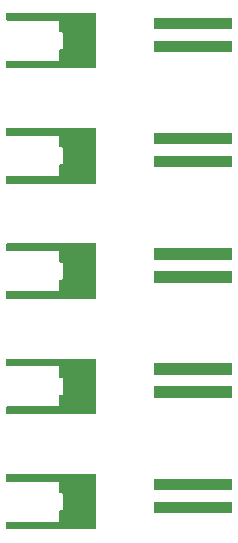
<source format=gbr>
G04 #@! TF.GenerationSoftware,KiCad,Pcbnew,(5.0.2)-1*
G04 #@! TF.CreationDate,2019-09-03T12:36:00-04:00*
G04 #@! TF.ProjectId,MMCX_2DD-100P,4d4d4358-5f32-4444-942d-313030502e6b,rev?*
G04 #@! TF.SameCoordinates,Original*
G04 #@! TF.FileFunction,Soldermask,Bot*
G04 #@! TF.FilePolarity,Negative*
%FSLAX46Y46*%
G04 Gerber Fmt 4.6, Leading zero omitted, Abs format (unit mm)*
G04 Created by KiCad (PCBNEW (5.0.2)-1) date 9/3/2019 12:36:00 PM*
%MOMM*%
%LPD*%
G01*
G04 APERTURE LIST*
%ADD10C,0.100000*%
G04 APERTURE END LIST*
D10*
G36*
X147750984Y-66174062D02*
X147760596Y-66176978D01*
X147769454Y-66181713D01*
X147777222Y-66188088D01*
X147783597Y-66195856D01*
X147788332Y-66204714D01*
X147791248Y-66214326D01*
X147792837Y-66230465D01*
X147792837Y-67743485D01*
X147791248Y-67759624D01*
X147789332Y-67765939D01*
X147784551Y-67789973D01*
X147784551Y-67814477D01*
X147789331Y-67838510D01*
X147791985Y-67844917D01*
X147791985Y-69203466D01*
X147786351Y-69222039D01*
X147783949Y-69246425D01*
X147786351Y-69270811D01*
X147789332Y-69282711D01*
X147791248Y-69289026D01*
X147792837Y-69305165D01*
X147792837Y-70818185D01*
X147791248Y-70834324D01*
X147788332Y-70843936D01*
X147783597Y-70852794D01*
X147777222Y-70860562D01*
X147769454Y-70866937D01*
X147760596Y-70871672D01*
X147750984Y-70874588D01*
X147734845Y-70876177D01*
X140247125Y-70876177D01*
X140230986Y-70874588D01*
X140221374Y-70871672D01*
X140212516Y-70866937D01*
X140204748Y-70860562D01*
X140198373Y-70852794D01*
X140193638Y-70843936D01*
X140190722Y-70834324D01*
X140189133Y-70818185D01*
X140189133Y-70280465D01*
X140190722Y-70264326D01*
X140193638Y-70254714D01*
X140198373Y-70245856D01*
X140204748Y-70238088D01*
X140212516Y-70231713D01*
X140221374Y-70226978D01*
X140230986Y-70224062D01*
X140247125Y-70222473D01*
X144564133Y-70222473D01*
X144588519Y-70220071D01*
X144611968Y-70212958D01*
X144633579Y-70201407D01*
X144652521Y-70185861D01*
X144668067Y-70166919D01*
X144679618Y-70145308D01*
X144686731Y-70121859D01*
X144689133Y-70097473D01*
X144689133Y-69305165D01*
X144690722Y-69289026D01*
X144693638Y-69279414D01*
X144698373Y-69270556D01*
X144704748Y-69262788D01*
X144712516Y-69256413D01*
X144721374Y-69251678D01*
X144730986Y-69248762D01*
X144747125Y-69247173D01*
X144869785Y-69247173D01*
X144894171Y-69244771D01*
X144917620Y-69237658D01*
X144939231Y-69226107D01*
X144958173Y-69210561D01*
X144973719Y-69191619D01*
X144985270Y-69170008D01*
X144992383Y-69146559D01*
X144994785Y-69122173D01*
X144994785Y-67926477D01*
X144992383Y-67902091D01*
X144985270Y-67878642D01*
X144973719Y-67857031D01*
X144958173Y-67838089D01*
X144939231Y-67822543D01*
X144917620Y-67810992D01*
X144894171Y-67803879D01*
X144869785Y-67801477D01*
X144747125Y-67801477D01*
X144730986Y-67799888D01*
X144721374Y-67796972D01*
X144712516Y-67792237D01*
X144704748Y-67785862D01*
X144698373Y-67778094D01*
X144693638Y-67769236D01*
X144690722Y-67759624D01*
X144689133Y-67743485D01*
X144689133Y-66951177D01*
X144686731Y-66926791D01*
X144679618Y-66903342D01*
X144668067Y-66881731D01*
X144652521Y-66862789D01*
X144633579Y-66847243D01*
X144611968Y-66835692D01*
X144588519Y-66828579D01*
X144564133Y-66826177D01*
X140247125Y-66826177D01*
X140230986Y-66824588D01*
X140221374Y-66821672D01*
X140212516Y-66816937D01*
X140204748Y-66810562D01*
X140198373Y-66802794D01*
X140193638Y-66793936D01*
X140190722Y-66784324D01*
X140189133Y-66768185D01*
X140189133Y-66230465D01*
X140190722Y-66214326D01*
X140193638Y-66204714D01*
X140198373Y-66195856D01*
X140204748Y-66188088D01*
X140212516Y-66181713D01*
X140221374Y-66176978D01*
X140230986Y-66174062D01*
X140247125Y-66172473D01*
X147734845Y-66172473D01*
X147750984Y-66174062D01*
X147750984Y-66174062D01*
G37*
G36*
X159301653Y-69505217D02*
X152722653Y-69505217D01*
X152722653Y-68519297D01*
X159301653Y-68519297D01*
X159301653Y-69505217D01*
X159301653Y-69505217D01*
G37*
G36*
X159301653Y-67553507D02*
X152722653Y-67553507D01*
X152722653Y-66567587D01*
X159301653Y-66567587D01*
X159301653Y-67553507D01*
X159301653Y-67553507D01*
G37*
G36*
X147750984Y-56415542D02*
X147760596Y-56418458D01*
X147769454Y-56423193D01*
X147777222Y-56429568D01*
X147783597Y-56437336D01*
X147788332Y-56446194D01*
X147791248Y-56455806D01*
X147792837Y-56471945D01*
X147792837Y-57984965D01*
X147791248Y-58001104D01*
X147789332Y-58007419D01*
X147784551Y-58031453D01*
X147784551Y-58055957D01*
X147789331Y-58079990D01*
X147791985Y-58086397D01*
X147791985Y-59444946D01*
X147786351Y-59463519D01*
X147783949Y-59487905D01*
X147786351Y-59512291D01*
X147789332Y-59524191D01*
X147791248Y-59530506D01*
X147792837Y-59546645D01*
X147792837Y-61059665D01*
X147791248Y-61075804D01*
X147788332Y-61085416D01*
X147783597Y-61094274D01*
X147777222Y-61102042D01*
X147769454Y-61108417D01*
X147760596Y-61113152D01*
X147750984Y-61116068D01*
X147734845Y-61117657D01*
X140247125Y-61117657D01*
X140230986Y-61116068D01*
X140221374Y-61113152D01*
X140212516Y-61108417D01*
X140204748Y-61102042D01*
X140198373Y-61094274D01*
X140193638Y-61085416D01*
X140190722Y-61075804D01*
X140189133Y-61059665D01*
X140189133Y-60521945D01*
X140190722Y-60505806D01*
X140193638Y-60496194D01*
X140198373Y-60487336D01*
X140204748Y-60479568D01*
X140212516Y-60473193D01*
X140221374Y-60468458D01*
X140230986Y-60465542D01*
X140247125Y-60463953D01*
X144564133Y-60463953D01*
X144588519Y-60461551D01*
X144611968Y-60454438D01*
X144633579Y-60442887D01*
X144652521Y-60427341D01*
X144668067Y-60408399D01*
X144679618Y-60386788D01*
X144686731Y-60363339D01*
X144689133Y-60338953D01*
X144689133Y-59546645D01*
X144690722Y-59530506D01*
X144693638Y-59520894D01*
X144698373Y-59512036D01*
X144704748Y-59504268D01*
X144712516Y-59497893D01*
X144721374Y-59493158D01*
X144730986Y-59490242D01*
X144747125Y-59488653D01*
X144869785Y-59488653D01*
X144894171Y-59486251D01*
X144917620Y-59479138D01*
X144939231Y-59467587D01*
X144958173Y-59452041D01*
X144973719Y-59433099D01*
X144985270Y-59411488D01*
X144992383Y-59388039D01*
X144994785Y-59363653D01*
X144994785Y-58167957D01*
X144992383Y-58143571D01*
X144985270Y-58120122D01*
X144973719Y-58098511D01*
X144958173Y-58079569D01*
X144939231Y-58064023D01*
X144917620Y-58052472D01*
X144894171Y-58045359D01*
X144869785Y-58042957D01*
X144747125Y-58042957D01*
X144730986Y-58041368D01*
X144721374Y-58038452D01*
X144712516Y-58033717D01*
X144704748Y-58027342D01*
X144698373Y-58019574D01*
X144693638Y-58010716D01*
X144690722Y-58001104D01*
X144689133Y-57984965D01*
X144689133Y-57192657D01*
X144686731Y-57168271D01*
X144679618Y-57144822D01*
X144668067Y-57123211D01*
X144652521Y-57104269D01*
X144633579Y-57088723D01*
X144611968Y-57077172D01*
X144588519Y-57070059D01*
X144564133Y-57067657D01*
X140247125Y-57067657D01*
X140230986Y-57066068D01*
X140221374Y-57063152D01*
X140212516Y-57058417D01*
X140204748Y-57052042D01*
X140198373Y-57044274D01*
X140193638Y-57035416D01*
X140190722Y-57025804D01*
X140189133Y-57009665D01*
X140189133Y-56471945D01*
X140190722Y-56455806D01*
X140193638Y-56446194D01*
X140198373Y-56437336D01*
X140204748Y-56429568D01*
X140212516Y-56423193D01*
X140221374Y-56418458D01*
X140230986Y-56415542D01*
X140247125Y-56413953D01*
X147734845Y-56413953D01*
X147750984Y-56415542D01*
X147750984Y-56415542D01*
G37*
G36*
X159301653Y-59746694D02*
X152722653Y-59746694D01*
X152722653Y-58760774D01*
X159301653Y-58760774D01*
X159301653Y-59746694D01*
X159301653Y-59746694D01*
G37*
G36*
X159301653Y-57794984D02*
X152722653Y-57794984D01*
X152722653Y-56809064D01*
X159301653Y-56809064D01*
X159301653Y-57794984D01*
X159301653Y-57794984D01*
G37*
G36*
X147750984Y-46657022D02*
X147760596Y-46659938D01*
X147769454Y-46664673D01*
X147777222Y-46671048D01*
X147783597Y-46678816D01*
X147788332Y-46687674D01*
X147791248Y-46697286D01*
X147792837Y-46713425D01*
X147792837Y-48226445D01*
X147791248Y-48242584D01*
X147789332Y-48248899D01*
X147784551Y-48272933D01*
X147784551Y-48297437D01*
X147789331Y-48321470D01*
X147791985Y-48327877D01*
X147791985Y-49686426D01*
X147786351Y-49704999D01*
X147783949Y-49729385D01*
X147786351Y-49753771D01*
X147789332Y-49765671D01*
X147791248Y-49771986D01*
X147792837Y-49788125D01*
X147792837Y-51301145D01*
X147791248Y-51317284D01*
X147788332Y-51326896D01*
X147783597Y-51335754D01*
X147777222Y-51343522D01*
X147769454Y-51349897D01*
X147760596Y-51354632D01*
X147750984Y-51357548D01*
X147734845Y-51359137D01*
X140247125Y-51359137D01*
X140230986Y-51357548D01*
X140221374Y-51354632D01*
X140212516Y-51349897D01*
X140204748Y-51343522D01*
X140198373Y-51335754D01*
X140193638Y-51326896D01*
X140190722Y-51317284D01*
X140189133Y-51301145D01*
X140189133Y-50763425D01*
X140190722Y-50747286D01*
X140193638Y-50737674D01*
X140198373Y-50728816D01*
X140204748Y-50721048D01*
X140212516Y-50714673D01*
X140221374Y-50709938D01*
X140230986Y-50707022D01*
X140247125Y-50705433D01*
X144564133Y-50705433D01*
X144588519Y-50703031D01*
X144611968Y-50695918D01*
X144633579Y-50684367D01*
X144652521Y-50668821D01*
X144668067Y-50649879D01*
X144679618Y-50628268D01*
X144686731Y-50604819D01*
X144689133Y-50580433D01*
X144689133Y-49788125D01*
X144690722Y-49771986D01*
X144693638Y-49762374D01*
X144698373Y-49753516D01*
X144704748Y-49745748D01*
X144712516Y-49739373D01*
X144721374Y-49734638D01*
X144730986Y-49731722D01*
X144747125Y-49730133D01*
X144869785Y-49730133D01*
X144894171Y-49727731D01*
X144917620Y-49720618D01*
X144939231Y-49709067D01*
X144958173Y-49693521D01*
X144973719Y-49674579D01*
X144985270Y-49652968D01*
X144992383Y-49629519D01*
X144994785Y-49605133D01*
X144994785Y-48409437D01*
X144992383Y-48385051D01*
X144985270Y-48361602D01*
X144973719Y-48339991D01*
X144958173Y-48321049D01*
X144939231Y-48305503D01*
X144917620Y-48293952D01*
X144894171Y-48286839D01*
X144869785Y-48284437D01*
X144747125Y-48284437D01*
X144730986Y-48282848D01*
X144721374Y-48279932D01*
X144712516Y-48275197D01*
X144704748Y-48268822D01*
X144698373Y-48261054D01*
X144693638Y-48252196D01*
X144690722Y-48242584D01*
X144689133Y-48226445D01*
X144689133Y-47434137D01*
X144686731Y-47409751D01*
X144679618Y-47386302D01*
X144668067Y-47364691D01*
X144652521Y-47345749D01*
X144633579Y-47330203D01*
X144611968Y-47318652D01*
X144588519Y-47311539D01*
X144564133Y-47309137D01*
X140247125Y-47309137D01*
X140230986Y-47307548D01*
X140221374Y-47304632D01*
X140212516Y-47299897D01*
X140204748Y-47293522D01*
X140198373Y-47285754D01*
X140193638Y-47276896D01*
X140190722Y-47267284D01*
X140189133Y-47251145D01*
X140189133Y-46713425D01*
X140190722Y-46697286D01*
X140193638Y-46687674D01*
X140198373Y-46678816D01*
X140204748Y-46671048D01*
X140212516Y-46664673D01*
X140221374Y-46659938D01*
X140230986Y-46657022D01*
X140247125Y-46655433D01*
X147734845Y-46655433D01*
X147750984Y-46657022D01*
X147750984Y-46657022D01*
G37*
G36*
X159301653Y-49988172D02*
X152722653Y-49988172D01*
X152722653Y-49002252D01*
X159301653Y-49002252D01*
X159301653Y-49988172D01*
X159301653Y-49988172D01*
G37*
G36*
X159301653Y-48036462D02*
X152722653Y-48036462D01*
X152722653Y-47050542D01*
X159301653Y-47050542D01*
X159301653Y-48036462D01*
X159301653Y-48036462D01*
G37*
G36*
X147750984Y-36898502D02*
X147760596Y-36901418D01*
X147769454Y-36906153D01*
X147777222Y-36912528D01*
X147783597Y-36920296D01*
X147788332Y-36929154D01*
X147791248Y-36938766D01*
X147792837Y-36954905D01*
X147792837Y-38467925D01*
X147791248Y-38484064D01*
X147789332Y-38490379D01*
X147784551Y-38514413D01*
X147784551Y-38538917D01*
X147789331Y-38562950D01*
X147791985Y-38569357D01*
X147791985Y-39927906D01*
X147786351Y-39946479D01*
X147783949Y-39970865D01*
X147786351Y-39995251D01*
X147789332Y-40007151D01*
X147791248Y-40013466D01*
X147792837Y-40029605D01*
X147792837Y-41542625D01*
X147791248Y-41558764D01*
X147788332Y-41568376D01*
X147783597Y-41577234D01*
X147777222Y-41585002D01*
X147769454Y-41591377D01*
X147760596Y-41596112D01*
X147750984Y-41599028D01*
X147734845Y-41600617D01*
X140247125Y-41600617D01*
X140230986Y-41599028D01*
X140221374Y-41596112D01*
X140212516Y-41591377D01*
X140204748Y-41585002D01*
X140198373Y-41577234D01*
X140193638Y-41568376D01*
X140190722Y-41558764D01*
X140189133Y-41542625D01*
X140189133Y-41004905D01*
X140190722Y-40988766D01*
X140193638Y-40979154D01*
X140198373Y-40970296D01*
X140204748Y-40962528D01*
X140212516Y-40956153D01*
X140221374Y-40951418D01*
X140230986Y-40948502D01*
X140247125Y-40946913D01*
X144564133Y-40946913D01*
X144588519Y-40944511D01*
X144611968Y-40937398D01*
X144633579Y-40925847D01*
X144652521Y-40910301D01*
X144668067Y-40891359D01*
X144679618Y-40869748D01*
X144686731Y-40846299D01*
X144689133Y-40821913D01*
X144689133Y-40029605D01*
X144690722Y-40013466D01*
X144693638Y-40003854D01*
X144698373Y-39994996D01*
X144704748Y-39987228D01*
X144712516Y-39980853D01*
X144721374Y-39976118D01*
X144730986Y-39973202D01*
X144747125Y-39971613D01*
X144869785Y-39971613D01*
X144894171Y-39969211D01*
X144917620Y-39962098D01*
X144939231Y-39950547D01*
X144958173Y-39935001D01*
X144973719Y-39916059D01*
X144985270Y-39894448D01*
X144992383Y-39870999D01*
X144994785Y-39846613D01*
X144994785Y-38650917D01*
X144992383Y-38626531D01*
X144985270Y-38603082D01*
X144973719Y-38581471D01*
X144958173Y-38562529D01*
X144939231Y-38546983D01*
X144917620Y-38535432D01*
X144894171Y-38528319D01*
X144869785Y-38525917D01*
X144747125Y-38525917D01*
X144730986Y-38524328D01*
X144721374Y-38521412D01*
X144712516Y-38516677D01*
X144704748Y-38510302D01*
X144698373Y-38502534D01*
X144693638Y-38493676D01*
X144690722Y-38484064D01*
X144689133Y-38467925D01*
X144689133Y-37675617D01*
X144686731Y-37651231D01*
X144679618Y-37627782D01*
X144668067Y-37606171D01*
X144652521Y-37587229D01*
X144633579Y-37571683D01*
X144611968Y-37560132D01*
X144588519Y-37553019D01*
X144564133Y-37550617D01*
X140247125Y-37550617D01*
X140230986Y-37549028D01*
X140221374Y-37546112D01*
X140212516Y-37541377D01*
X140204748Y-37535002D01*
X140198373Y-37527234D01*
X140193638Y-37518376D01*
X140190722Y-37508764D01*
X140189133Y-37492625D01*
X140189133Y-36954905D01*
X140190722Y-36938766D01*
X140193638Y-36929154D01*
X140198373Y-36920296D01*
X140204748Y-36912528D01*
X140212516Y-36906153D01*
X140221374Y-36901418D01*
X140230986Y-36898502D01*
X140247125Y-36896913D01*
X147734845Y-36896913D01*
X147750984Y-36898502D01*
X147750984Y-36898502D01*
G37*
G36*
X159301653Y-40229652D02*
X152722653Y-40229652D01*
X152722653Y-39243732D01*
X159301653Y-39243732D01*
X159301653Y-40229652D01*
X159301653Y-40229652D01*
G37*
G36*
X159301653Y-38277942D02*
X152722653Y-38277942D01*
X152722653Y-37292022D01*
X159301653Y-37292022D01*
X159301653Y-38277942D01*
X159301653Y-38277942D01*
G37*
G36*
X147750984Y-27139982D02*
X147760596Y-27142898D01*
X147769454Y-27147633D01*
X147777222Y-27154008D01*
X147783597Y-27161776D01*
X147788332Y-27170634D01*
X147791248Y-27180246D01*
X147792837Y-27196385D01*
X147792837Y-28709405D01*
X147791248Y-28725544D01*
X147789332Y-28731859D01*
X147784551Y-28755893D01*
X147784551Y-28780397D01*
X147789331Y-28804430D01*
X147791985Y-28810837D01*
X147791985Y-30169386D01*
X147786351Y-30187959D01*
X147783949Y-30212345D01*
X147786351Y-30236731D01*
X147789332Y-30248631D01*
X147791248Y-30254946D01*
X147792837Y-30271085D01*
X147792837Y-31784105D01*
X147791248Y-31800244D01*
X147788332Y-31809856D01*
X147783597Y-31818714D01*
X147777222Y-31826482D01*
X147769454Y-31832857D01*
X147760596Y-31837592D01*
X147750984Y-31840508D01*
X147734845Y-31842097D01*
X140247125Y-31842097D01*
X140230986Y-31840508D01*
X140221374Y-31837592D01*
X140212516Y-31832857D01*
X140204748Y-31826482D01*
X140198373Y-31818714D01*
X140193638Y-31809856D01*
X140190722Y-31800244D01*
X140189133Y-31784105D01*
X140189133Y-31246385D01*
X140190722Y-31230246D01*
X140193638Y-31220634D01*
X140198373Y-31211776D01*
X140204748Y-31204008D01*
X140212516Y-31197633D01*
X140221374Y-31192898D01*
X140230986Y-31189982D01*
X140247125Y-31188393D01*
X144564133Y-31188393D01*
X144588519Y-31185991D01*
X144611968Y-31178878D01*
X144633579Y-31167327D01*
X144652521Y-31151781D01*
X144668067Y-31132839D01*
X144679618Y-31111228D01*
X144686731Y-31087779D01*
X144689133Y-31063393D01*
X144689133Y-30271085D01*
X144690722Y-30254946D01*
X144693638Y-30245334D01*
X144698373Y-30236476D01*
X144704748Y-30228708D01*
X144712516Y-30222333D01*
X144721374Y-30217598D01*
X144730986Y-30214682D01*
X144747125Y-30213093D01*
X144869785Y-30213093D01*
X144894171Y-30210691D01*
X144917620Y-30203578D01*
X144939231Y-30192027D01*
X144958173Y-30176481D01*
X144973719Y-30157539D01*
X144985270Y-30135928D01*
X144992383Y-30112479D01*
X144994785Y-30088093D01*
X144994785Y-28892397D01*
X144992383Y-28868011D01*
X144985270Y-28844562D01*
X144973719Y-28822951D01*
X144958173Y-28804009D01*
X144939231Y-28788463D01*
X144917620Y-28776912D01*
X144894171Y-28769799D01*
X144869785Y-28767397D01*
X144747125Y-28767397D01*
X144730986Y-28765808D01*
X144721374Y-28762892D01*
X144712516Y-28758157D01*
X144704748Y-28751782D01*
X144698373Y-28744014D01*
X144693638Y-28735156D01*
X144690722Y-28725544D01*
X144689133Y-28709405D01*
X144689133Y-27917097D01*
X144686731Y-27892711D01*
X144679618Y-27869262D01*
X144668067Y-27847651D01*
X144652521Y-27828709D01*
X144633579Y-27813163D01*
X144611968Y-27801612D01*
X144588519Y-27794499D01*
X144564133Y-27792097D01*
X140247125Y-27792097D01*
X140230986Y-27790508D01*
X140221374Y-27787592D01*
X140212516Y-27782857D01*
X140204748Y-27776482D01*
X140198373Y-27768714D01*
X140193638Y-27759856D01*
X140190722Y-27750244D01*
X140189133Y-27734105D01*
X140189133Y-27196385D01*
X140190722Y-27180246D01*
X140193638Y-27170634D01*
X140198373Y-27161776D01*
X140204748Y-27154008D01*
X140212516Y-27147633D01*
X140221374Y-27142898D01*
X140230986Y-27139982D01*
X140247125Y-27138393D01*
X147734845Y-27138393D01*
X147750984Y-27139982D01*
X147750984Y-27139982D01*
G37*
G36*
X159301653Y-30471134D02*
X152722653Y-30471134D01*
X152722653Y-29485214D01*
X159301653Y-29485214D01*
X159301653Y-30471134D01*
X159301653Y-30471134D01*
G37*
G36*
X159301653Y-28519424D02*
X152722653Y-28519424D01*
X152722653Y-27533504D01*
X159301653Y-27533504D01*
X159301653Y-28519424D01*
X159301653Y-28519424D01*
G37*
M02*

</source>
